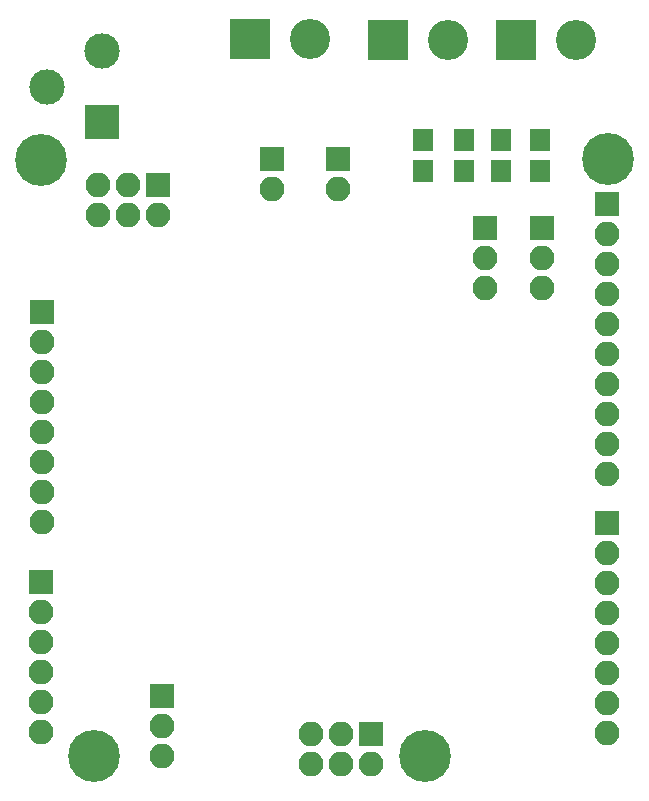
<source format=gts>
G04 #@! TF.FileFunction,Soldermask,Top*
%FSLAX46Y46*%
G04 Gerber Fmt 4.6, Leading zero omitted, Abs format (unit mm)*
G04 Created by KiCad (PCBNEW 4.0.7) date 01/29/18 05:57:29*
%MOMM*%
%LPD*%
G01*
G04 APERTURE LIST*
%ADD10C,0.100000*%
%ADD11R,2.100000X2.100000*%
%ADD12O,2.100000X2.100000*%
%ADD13R,3.000000X3.000000*%
%ADD14C,3.000000*%
%ADD15R,3.400000X3.400000*%
%ADD16C,3.400000*%
%ADD17C,4.400000*%
%ADD18R,1.700000X1.900000*%
G04 APERTURE END LIST*
D10*
D11*
X142524480Y-124871480D03*
D12*
X142524480Y-127411480D03*
X139984480Y-124871480D03*
X139984480Y-127411480D03*
X137444480Y-124871480D03*
X137444480Y-127411480D03*
D13*
X119788940Y-73086480D03*
D14*
X119788940Y-67086480D03*
X115088940Y-70086480D03*
D11*
X124477780Y-78381860D03*
D12*
X124477780Y-80921860D03*
X121937780Y-78381860D03*
X121937780Y-80921860D03*
X119397780Y-78381860D03*
X119397780Y-80921860D03*
D11*
X114635280Y-112049560D03*
D12*
X114635280Y-114589560D03*
X114635280Y-117129560D03*
X114635280Y-119669560D03*
X114635280Y-122209560D03*
X114635280Y-124749560D03*
D15*
X132298440Y-66083180D03*
D16*
X137378440Y-66083180D03*
D15*
X143972280Y-66131440D03*
D16*
X149052280Y-66131440D03*
D11*
X162532060Y-80050640D03*
D12*
X162532060Y-82590640D03*
X162532060Y-85130640D03*
X162532060Y-87670640D03*
X162532060Y-90210640D03*
X162532060Y-92750640D03*
X162532060Y-95290640D03*
X162532060Y-97830640D03*
X162532060Y-100370640D03*
X162532060Y-102910640D03*
D11*
X162554920Y-107010200D03*
D12*
X162554920Y-109550200D03*
X162554920Y-112090200D03*
X162554920Y-114630200D03*
X162554920Y-117170200D03*
X162554920Y-119710200D03*
X162554920Y-122250200D03*
X162554920Y-124790200D03*
D15*
X154848560Y-66136520D03*
D16*
X159928560Y-66136520D03*
D11*
X156989780Y-82064860D03*
D12*
X156989780Y-84604860D03*
X156989780Y-87144860D03*
D11*
X152163780Y-82064860D03*
D12*
X152163780Y-84604860D03*
X152163780Y-87144860D03*
D17*
X114632740Y-76271120D03*
X119085360Y-126746000D03*
X147093940Y-126756160D03*
D18*
X150385780Y-74571860D03*
X150385780Y-77271860D03*
X146956780Y-74571860D03*
X146956780Y-77271860D03*
X156862780Y-74571860D03*
X156862780Y-77271860D03*
X153560780Y-74571860D03*
X153560780Y-77271860D03*
D11*
X124858780Y-121688860D03*
D12*
X124858780Y-124228860D03*
X124858780Y-126768860D03*
D11*
X114640360Y-89207340D03*
D12*
X114640360Y-91747340D03*
X114640360Y-94287340D03*
X114640360Y-96827340D03*
X114640360Y-99367340D03*
X114640360Y-101907340D03*
X114640360Y-104447340D03*
X114640360Y-106987340D03*
D17*
X162590480Y-76250800D03*
D11*
X134112000Y-76200000D03*
D12*
X134112000Y-78740000D03*
D11*
X139700000Y-76200000D03*
D12*
X139700000Y-78740000D03*
M02*

</source>
